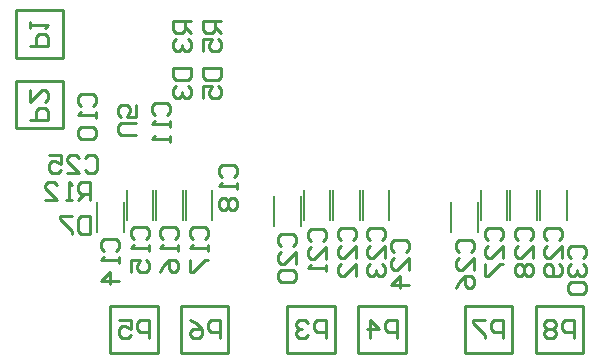
<source format=gbr>
%TF.GenerationSoftware,Altium Limited,Altium Designer,22.11.1 (43)*%
G04 Layer_Color=32896*
%FSLAX45Y45*%
%MOMM*%
%TF.SameCoordinates,5CE01347-A356-42F5-95A5-03C013D0245E*%
%TF.FilePolarity,Positive*%
%TF.FileFunction,Legend,Bot*%
%TF.Part,Single*%
G01*
G75*
%TA.AperFunction,NonConductor*%
%ADD52C,0.20000*%
%ADD56C,0.25400*%
D52*
X3787500Y1124690D02*
Y1375310D01*
X4012500Y1124690D02*
Y1375310D01*
X4037500Y1224690D02*
Y1475310D01*
X4262500Y1224690D02*
Y1475310D01*
X4287500Y1224690D02*
Y1475310D01*
X4512500Y1224690D02*
Y1475310D01*
X4537500Y1224690D02*
Y1475310D01*
X4762500Y1224690D02*
Y1475310D01*
X1537500Y1224690D02*
Y1475310D01*
X1762500Y1224690D02*
Y1475310D01*
X1287500Y1224690D02*
Y1475310D01*
X1512500Y1224690D02*
Y1475310D01*
X1037500Y1224690D02*
Y1475310D01*
X1262500Y1224690D02*
Y1475310D01*
X787500Y1124690D02*
Y1375310D01*
X1012500Y1124690D02*
Y1375310D01*
X2287500Y1174690D02*
Y1425310D01*
X2512500Y1174690D02*
Y1425310D01*
X2787500Y1224690D02*
Y1475310D01*
X3012500Y1224690D02*
Y1475310D01*
X2537500Y1224690D02*
Y1475310D01*
X2762500Y1224690D02*
Y1475310D01*
X3037500Y1224690D02*
Y1475310D01*
X3262500Y1224690D02*
Y1475310D01*
D56*
X900000Y100000D02*
Y500000D01*
Y100000D02*
X1300000D01*
Y500000D01*
X900000D02*
X1300000D01*
X1900000Y100000D02*
Y500000D01*
X1500000Y100000D02*
X1900000D01*
X1500000D02*
Y500000D01*
X1900000D01*
X2800000Y100000D02*
Y500000D01*
X2400000Y100000D02*
X2800000D01*
X2400000D02*
Y500000D01*
X2800000D01*
X3400000Y100000D02*
Y500000D01*
X3000000Y100000D02*
X3400000D01*
X3000000D02*
Y500000D01*
X3400000D01*
X4500000D02*
X4900000D01*
Y100000D02*
Y500000D01*
X4500000Y100000D02*
X4900000D01*
X4500000D02*
Y500000D01*
X3900000D02*
X4300000D01*
Y100000D02*
Y500000D01*
X3900000Y100000D02*
X4300000D01*
X3900000D02*
Y500000D01*
X100000Y2000000D02*
Y2400000D01*
Y2000000D02*
X500000D01*
Y2400000D01*
X100000D02*
X500000D01*
X100000Y2600000D02*
Y3000000D01*
Y2600000D02*
X500000D01*
Y3000000D01*
X100000D02*
X500000D01*
X1121176Y1948041D02*
X994217D01*
X968825Y1973433D01*
Y2024216D01*
X994217Y2049608D01*
X1121176D01*
Y2201959D02*
Y2100392D01*
X1045000D01*
X1070392Y2151175D01*
Y2176567D01*
X1045000Y2201959D01*
X994217D01*
X968825Y2176567D01*
Y2125783D01*
X994217Y2100392D01*
X730438Y1393825D02*
Y1546175D01*
X654263D01*
X628871Y1520784D01*
Y1470000D01*
X654263Y1444608D01*
X730438D01*
X679655D02*
X628871Y1393825D01*
X578087D02*
X527304D01*
X552696D01*
Y1546175D01*
X578087Y1520784D01*
X349561Y1393825D02*
X451129D01*
X349561Y1495392D01*
Y1520784D01*
X374953Y1546175D01*
X425737D01*
X451129Y1520784D01*
X1836175Y2911959D02*
X1683825D01*
Y2835783D01*
X1709217Y2810391D01*
X1760000D01*
X1785392Y2835783D01*
Y2911959D01*
Y2861175D02*
X1836175Y2810391D01*
X1683825Y2658041D02*
Y2759608D01*
X1760000D01*
X1734608Y2708824D01*
Y2683433D01*
X1760000Y2658041D01*
X1810784D01*
X1836175Y2683433D01*
Y2734216D01*
X1810784Y2759608D01*
X1586175Y2911959D02*
X1433825D01*
Y2835783D01*
X1459217Y2810391D01*
X1510000D01*
X1535392Y2835783D01*
Y2911959D01*
Y2861175D02*
X1586175Y2810391D01*
X1459217Y2759608D02*
X1433825Y2734216D01*
Y2683433D01*
X1459217Y2658041D01*
X1484608D01*
X1510000Y2683433D01*
Y2708824D01*
Y2683433D01*
X1535392Y2658041D01*
X1560784D01*
X1586175Y2683433D01*
Y2734216D01*
X1560784Y2759608D01*
X4826959Y223825D02*
Y376175D01*
X4750783D01*
X4725392Y350783D01*
Y300000D01*
X4750783Y274608D01*
X4826959D01*
X4674608Y350783D02*
X4649216Y376175D01*
X4598433D01*
X4573041Y350783D01*
Y325392D01*
X4598433Y300000D01*
X4573041Y274608D01*
Y249216D01*
X4598433Y223825D01*
X4649216D01*
X4674608Y249216D01*
Y274608D01*
X4649216Y300000D01*
X4674608Y325392D01*
Y350783D01*
X4649216Y300000D02*
X4598433D01*
X4226959Y223825D02*
Y376175D01*
X4150783D01*
X4125392Y350783D01*
Y300000D01*
X4150783Y274608D01*
X4226959D01*
X4074608Y376175D02*
X3973041D01*
Y350783D01*
X4074608Y249216D01*
Y223825D01*
X1826959D02*
Y376175D01*
X1750783D01*
X1725392Y350783D01*
Y300000D01*
X1750783Y274608D01*
X1826959D01*
X1573041Y376175D02*
X1623825Y350783D01*
X1674608Y300000D01*
Y249216D01*
X1649216Y223825D01*
X1598433D01*
X1573041Y249216D01*
Y274608D01*
X1598433Y300000D01*
X1674608D01*
X1226959Y223825D02*
Y376175D01*
X1150784D01*
X1125392Y350783D01*
Y300000D01*
X1150784Y274608D01*
X1226959D01*
X973041Y376175D02*
X1074608D01*
Y300000D01*
X1023825Y325392D01*
X998433D01*
X973041Y300000D01*
Y249216D01*
X998433Y223825D01*
X1049216D01*
X1074608Y249216D01*
X3326959Y223825D02*
Y376175D01*
X3250783D01*
X3225392Y350783D01*
Y300000D01*
X3250783Y274608D01*
X3326959D01*
X3098433Y223825D02*
Y376175D01*
X3174608Y300000D01*
X3073041D01*
X2726959Y223825D02*
Y376175D01*
X2650783D01*
X2625391Y350783D01*
Y300000D01*
X2650783Y274608D01*
X2726959D01*
X2574608Y350783D02*
X2549216Y376175D01*
X2498433D01*
X2473041Y350783D01*
Y325392D01*
X2498433Y300000D01*
X2523825D01*
X2498433D01*
X2473041Y274608D01*
Y249216D01*
X2498433Y223825D01*
X2549216D01*
X2574608Y249216D01*
X223825Y2073041D02*
X376175D01*
Y2149216D01*
X350783Y2174608D01*
X300000D01*
X274608Y2149216D01*
Y2073041D01*
X223825Y2326959D02*
Y2225392D01*
X325392Y2326959D01*
X350783D01*
X376175Y2301567D01*
Y2250784D01*
X350783Y2225392D01*
X223825Y2698433D02*
X376175D01*
Y2774608D01*
X350783Y2800000D01*
X300000D01*
X274608Y2774608D01*
Y2698433D01*
X223825Y2850784D02*
Y2901567D01*
Y2876176D01*
X376175D01*
X350783Y2850784D01*
X726959Y1256175D02*
Y1103825D01*
X650784D01*
X625392Y1129216D01*
Y1230783D01*
X650784Y1256175D01*
X726959D01*
X574608D02*
X473041D01*
Y1230783D01*
X574608Y1129216D01*
Y1103825D01*
X1683824Y2511959D02*
X1836175D01*
Y2435783D01*
X1810783Y2410391D01*
X1709216D01*
X1683824Y2435783D01*
Y2511959D01*
Y2258041D02*
Y2359608D01*
X1760000D01*
X1734608Y2308824D01*
Y2283433D01*
X1760000Y2258041D01*
X1810783D01*
X1836175Y2283433D01*
Y2334216D01*
X1810783Y2359608D01*
X1433824Y2511959D02*
X1586175D01*
Y2435783D01*
X1560783Y2410391D01*
X1459216D01*
X1433824Y2435783D01*
Y2511959D01*
X1459216Y2359608D02*
X1433824Y2334216D01*
Y2283433D01*
X1459216Y2258041D01*
X1484608D01*
X1510000Y2283433D01*
Y2308824D01*
Y2283433D01*
X1535392Y2258041D01*
X1560783D01*
X1586175Y2283433D01*
Y2334216D01*
X1560783Y2359608D01*
X4799216Y901567D02*
X4773824Y926959D01*
Y977742D01*
X4799216Y1003134D01*
X4900783D01*
X4926175Y977742D01*
Y926959D01*
X4900783Y901567D01*
X4799216Y850783D02*
X4773824Y825391D01*
Y774608D01*
X4799216Y749216D01*
X4824608D01*
X4850000Y774608D01*
Y800000D01*
Y774608D01*
X4875392Y749216D01*
X4900783D01*
X4926175Y774608D01*
Y825391D01*
X4900783Y850783D01*
X4799216Y698432D02*
X4773824Y673041D01*
Y622257D01*
X4799216Y596865D01*
X4900783D01*
X4926175Y622257D01*
Y673041D01*
X4900783Y698432D01*
X4799216D01*
X4599216Y1051567D02*
X4573824Y1076959D01*
Y1127742D01*
X4599216Y1153134D01*
X4700783D01*
X4726175Y1127742D01*
Y1076959D01*
X4700783Y1051567D01*
X4726175Y899216D02*
Y1000783D01*
X4624608Y899216D01*
X4599216D01*
X4573824Y924608D01*
Y975391D01*
X4599216Y1000783D01*
X4700783Y848433D02*
X4726175Y823041D01*
Y772257D01*
X4700783Y746865D01*
X4599216D01*
X4573824Y772257D01*
Y823041D01*
X4599216Y848433D01*
X4624608D01*
X4650000Y823041D01*
Y746865D01*
X4349217Y1051567D02*
X4323825Y1076959D01*
Y1127742D01*
X4349217Y1153134D01*
X4450784D01*
X4476175Y1127742D01*
Y1076959D01*
X4450784Y1051567D01*
X4476175Y899216D02*
Y1000784D01*
X4374608Y899216D01*
X4349217D01*
X4323825Y924608D01*
Y975392D01*
X4349217Y1000784D01*
Y848433D02*
X4323825Y823041D01*
Y772258D01*
X4349217Y746866D01*
X4374608D01*
X4400000Y772258D01*
X4425392Y746866D01*
X4450784D01*
X4476175Y772258D01*
Y823041D01*
X4450784Y848433D01*
X4425392D01*
X4400000Y823041D01*
X4374608Y848433D01*
X4349217D01*
X4400000Y823041D02*
Y772258D01*
X4099216Y1051567D02*
X4073824Y1076959D01*
Y1127742D01*
X4099216Y1153134D01*
X4200783D01*
X4226175Y1127742D01*
Y1076959D01*
X4200783Y1051567D01*
X4226175Y899216D02*
Y1000783D01*
X4124608Y899216D01*
X4099216D01*
X4073824Y924608D01*
Y975391D01*
X4099216Y1000783D01*
X4073824Y848433D02*
Y746865D01*
X4099216D01*
X4200783Y848433D01*
X4226175D01*
X3849216Y951567D02*
X3823824Y976959D01*
Y1027742D01*
X3849216Y1053134D01*
X3950783D01*
X3976175Y1027742D01*
Y976959D01*
X3950783Y951567D01*
X3976175Y799216D02*
Y900783D01*
X3874608Y799216D01*
X3849216D01*
X3823824Y824608D01*
Y875391D01*
X3849216Y900783D01*
X3823824Y646865D02*
X3849216Y697649D01*
X3900000Y748433D01*
X3950783D01*
X3976175Y723041D01*
Y672257D01*
X3950783Y646865D01*
X3925392D01*
X3900000Y672257D01*
Y748433D01*
X686567Y1745783D02*
X711959Y1771175D01*
X762742D01*
X788134Y1745783D01*
Y1644216D01*
X762742Y1618825D01*
X711959D01*
X686567Y1644216D01*
X534216Y1618825D02*
X635784D01*
X534216Y1720392D01*
Y1745783D01*
X559608Y1771175D01*
X610392D01*
X635784Y1745783D01*
X381866Y1771175D02*
X483433D01*
Y1695000D01*
X432649Y1720392D01*
X407258D01*
X381866Y1695000D01*
Y1644216D01*
X407258Y1618825D01*
X458041D01*
X483433Y1644216D01*
X3299216Y951567D02*
X3273824Y976959D01*
Y1027742D01*
X3299216Y1053134D01*
X3400783D01*
X3426175Y1027742D01*
Y976959D01*
X3400783Y951567D01*
X3426175Y799216D02*
Y900783D01*
X3324608Y799216D01*
X3299216D01*
X3273824Y824608D01*
Y875391D01*
X3299216Y900783D01*
X3426175Y672257D02*
X3273824D01*
X3350000Y748433D01*
Y646865D01*
X3099216Y1051567D02*
X3073824Y1076959D01*
Y1127742D01*
X3099216Y1153134D01*
X3200783D01*
X3226175Y1127742D01*
Y1076959D01*
X3200783Y1051567D01*
X3226175Y899216D02*
Y1000783D01*
X3124608Y899216D01*
X3099216D01*
X3073824Y924608D01*
Y975391D01*
X3099216Y1000783D01*
Y848433D02*
X3073824Y823041D01*
Y772257D01*
X3099216Y746865D01*
X3124608D01*
X3150000Y772257D01*
Y797649D01*
Y772257D01*
X3175392Y746865D01*
X3200783D01*
X3226175Y772257D01*
Y823041D01*
X3200783Y848433D01*
X2849217Y1051567D02*
X2823825Y1076959D01*
Y1127742D01*
X2849217Y1153134D01*
X2950784D01*
X2976175Y1127742D01*
Y1076959D01*
X2950784Y1051567D01*
X2976175Y899216D02*
Y1000784D01*
X2874608Y899216D01*
X2849217D01*
X2823825Y924608D01*
Y975392D01*
X2849217Y1000784D01*
X2976175Y746866D02*
Y848433D01*
X2874608Y746866D01*
X2849217D01*
X2823825Y772258D01*
Y823041D01*
X2849217Y848433D01*
X2599216Y1051175D02*
X2573824Y1076567D01*
Y1127350D01*
X2599216Y1152742D01*
X2700783D01*
X2726175Y1127350D01*
Y1076567D01*
X2700783Y1051175D01*
X2726175Y898824D02*
Y1000391D01*
X2624608Y898824D01*
X2599216D01*
X2573824Y924216D01*
Y975000D01*
X2599216Y1000391D01*
X2726175Y848041D02*
Y797257D01*
Y822649D01*
X2573824D01*
X2599216Y848041D01*
X2349216Y1001567D02*
X2323824Y1026959D01*
Y1077742D01*
X2349216Y1103134D01*
X2450783D01*
X2476175Y1077742D01*
Y1026959D01*
X2450783Y1001567D01*
X2476175Y849216D02*
Y950783D01*
X2374608Y849216D01*
X2349216D01*
X2323824Y874608D01*
Y925391D01*
X2349216Y950783D01*
Y798432D02*
X2323824Y773041D01*
Y722257D01*
X2349216Y696865D01*
X2450783D01*
X2476175Y722257D01*
Y773041D01*
X2450783Y798432D01*
X2349216D01*
X1849216Y1588871D02*
X1823824Y1614263D01*
Y1665046D01*
X1849216Y1690438D01*
X1950783D01*
X1976175Y1665046D01*
Y1614263D01*
X1950783Y1588871D01*
X1976175Y1538087D02*
Y1487304D01*
Y1512695D01*
X1823824D01*
X1849216Y1538087D01*
Y1411128D02*
X1823824Y1385737D01*
Y1334953D01*
X1849216Y1309561D01*
X1874608D01*
X1900000Y1334953D01*
X1925392Y1309561D01*
X1950783D01*
X1976175Y1334953D01*
Y1385737D01*
X1950783Y1411128D01*
X1925392D01*
X1900000Y1385737D01*
X1874608Y1411128D01*
X1849216D01*
X1900000Y1385737D02*
Y1334953D01*
X1599217Y1063871D02*
X1573825Y1089263D01*
Y1140046D01*
X1599217Y1165438D01*
X1700784D01*
X1726176Y1140046D01*
Y1089263D01*
X1700784Y1063871D01*
X1726176Y1013088D02*
Y962304D01*
Y987696D01*
X1573825D01*
X1599217Y1013088D01*
X1573825Y886129D02*
Y784562D01*
X1599217D01*
X1700784Y886129D01*
X1726176D01*
X1349217Y1063871D02*
X1323825Y1089263D01*
Y1140046D01*
X1349217Y1165438D01*
X1450783D01*
X1476175Y1140046D01*
Y1089263D01*
X1450783Y1063871D01*
X1476175Y1013087D02*
Y962304D01*
Y987696D01*
X1323825D01*
X1349217Y1013087D01*
X1323825Y784561D02*
X1349217Y835345D01*
X1400000Y886129D01*
X1450783D01*
X1476175Y860737D01*
Y809953D01*
X1450783Y784561D01*
X1425392D01*
X1400000Y809953D01*
Y886129D01*
X1099217Y1063871D02*
X1073825Y1089263D01*
Y1140046D01*
X1099217Y1165438D01*
X1200784D01*
X1226176Y1140046D01*
Y1089263D01*
X1200784Y1063871D01*
X1226176Y1013088D02*
Y962304D01*
Y987696D01*
X1073825D01*
X1099217Y1013088D01*
X1073825Y784562D02*
Y886129D01*
X1150000D01*
X1124608Y835345D01*
Y809953D01*
X1150000Y784562D01*
X1200784D01*
X1226176Y809953D01*
Y860737D01*
X1200784Y886129D01*
X849216Y963871D02*
X823825Y989263D01*
Y1040046D01*
X849216Y1065438D01*
X950783D01*
X976175Y1040046D01*
Y989263D01*
X950783Y963871D01*
X976175Y913087D02*
Y862304D01*
Y887695D01*
X823825D01*
X849216Y913087D01*
X976175Y709953D02*
X823825D01*
X900000Y786128D01*
Y684561D01*
X1274216Y2113479D02*
X1248824Y2138871D01*
Y2189654D01*
X1274216Y2215046D01*
X1375783D01*
X1401175Y2189654D01*
Y2138871D01*
X1375783Y2113479D01*
X1401175Y2062695D02*
Y2011912D01*
Y2037304D01*
X1248824D01*
X1274216Y2062695D01*
X1401175Y1935737D02*
Y1884953D01*
Y1910345D01*
X1248824D01*
X1274216Y1935737D01*
X649216Y2188871D02*
X623825Y2214263D01*
Y2265046D01*
X649216Y2290438D01*
X750783D01*
X776175Y2265046D01*
Y2214263D01*
X750783Y2188871D01*
X776175Y2138087D02*
Y2087304D01*
Y2112696D01*
X623825D01*
X649216Y2138087D01*
Y2011129D02*
X623825Y1985737D01*
Y1934953D01*
X649216Y1909561D01*
X750783D01*
X776175Y1934953D01*
Y1985737D01*
X750783Y2011129D01*
X649216D01*
%TF.MD5,ec6878713818a9150e03a681ef641b86*%
M02*

</source>
